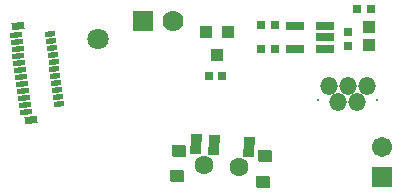
<source format=gbs>
%FSTAX23Y23*%
%MOIN*%
%SFA1B1*%

%IPPOS*%
%AMD48*
4,1,4,-0.015600,0.034600,-0.020000,-0.032300,0.015600,-0.034600,0.020000,0.032300,-0.015600,0.034600,0.0*
%
%AMD49*
4,1,4,-0.024900,-0.018100,0.022400,-0.021200,0.024900,0.018100,-0.022400,0.021200,-0.024900,-0.018100,0.0*
%
%AMD50*
4,1,4,0.018300,0.011600,-0.020700,0.006400,-0.018300,-0.011600,0.020700,-0.006400,0.018300,0.011600,0.0*
%
%AMD51*
4,1,4,0.015500,0.011200,-0.017900,0.006800,-0.015500,-0.011200,0.017900,-0.006800,0.015500,0.011200,0.0*
%
%AMD52*
4,1,4,0.019000,0.014400,-0.022100,0.009000,-0.019000,-0.014400,0.022100,-0.009000,0.019000,0.014400,0.0*
%
%ADD17C,0.070000*%
%ADD18R,0.070000X0.070000*%
%ADD19O,0.059200X0.059200*%
%ADD20C,0.008000*%
%ADD21C,0.063100*%
%ADD22C,0.067100*%
%ADD23R,0.067100X0.067100*%
%ADD24C,0.070900*%
%ADD47R,0.063100X0.031600*%
G04~CAMADD=48~9~0.0~0.0~671.0~356.0~0.0~0.0~0~0.0~0.0~0.0~0.0~0~0.0~0.0~0.0~0.0~0~0.0~0.0~0.0~86.3~400.0~691.0*
%ADD48D48*%
G04~CAMADD=49~9~0.0~0.0~474.0~395.0~0.0~0.0~0~0.0~0.0~0.0~0.0~0~0.0~0.0~0.0~0.0~0~0.0~0.0~0.0~176.3~498.0~423.0*
%ADD49D49*%
G04~CAMADD=50~9~0.0~0.0~395.0~182.0~0.0~0.0~0~0.0~0.0~0.0~0.0~0~0.0~0.0~0.0~0.0~0~0.0~0.0~0.0~7.5~414.0~231.0*
%ADD50D50*%
G04~CAMADD=51~9~0.0~0.0~336.0~182.0~0.0~0.0~0~0.0~0.0~0.0~0.0~0~0.0~0.0~0.0~0.0~0~0.0~0.0~0.0~7.5~358.0~223.0*
%ADD51D51*%
G04~CAMADD=52~9~0.0~0.0~415.0~237.0~0.0~0.0~0~0.0~0.0~0.0~0.0~0~0.0~0.0~0.0~0.0~0~0.0~0.0~0.0~7.5~442.0~287.0*
%ADD52D52*%
%ADD53R,0.039500X0.043400*%
%ADD54R,0.029700X0.029700*%
%ADD55R,0.029700X0.029700*%
%ADD56R,0.039500X0.039500*%
%LNpower_pcb-1*%
%LPD*%
G54D17*
X00877Y00811D03*
G54D18*
X00777Y00811D03*
G54D19*
X01492Y00539D03*
X01524Y00594D03*
X01461D03*
X01398D03*
X01429Y00539D03*
G54D20*
X01559Y00547D03*
X01362D03*
G54D21*
X01097Y00322D03*
X0098Y0033D03*
G54D22*
X01575Y0039D03*
G54D23*
X01575Y0029D03*
G54D24*
X00627Y0075D03*
G54D47*
X01285Y00792D03*
Y00717D03*
X01384D03*
Y00755D03*
Y00792D03*
G54D48*
X01131Y00389D03*
X01014Y00396D03*
X00955Y004D03*
G54D49*
X01185Y0036D03*
X01179Y00273D03*
X00898Y00378D03*
X00892Y00292D03*
G54D50*
X00388Y00505D03*
X00385Y00529D03*
X00381Y00552D03*
X00378Y00575D03*
X00375Y00599D03*
X00372Y00622D03*
X00369Y00646D03*
X00366Y00669D03*
X00363Y00693D03*
X0036Y00716D03*
X00357Y00739D03*
X00354Y00763D03*
G54D51*
X00498Y00532D03*
X00495Y00555D03*
X00492Y00579D03*
X00489Y00602D03*
X00486Y00625D03*
X00483Y00649D03*
X0048Y00672D03*
X00477Y00696D03*
X00474Y00719D03*
X0047Y00743D03*
X00467Y00766D03*
G54D52*
X00404Y0048D03*
X00363Y00792D03*
G54D53*
X01025Y00695D03*
X01062Y00774D03*
X00987D03*
G54D54*
X00997Y00625D03*
X01043D03*
X01218Y00715D03*
X01172D03*
Y00795D03*
X01218D03*
X01538Y0085D03*
X01492D03*
G54D55*
X0146Y00727D03*
Y00773D03*
G54D56*
X0153Y00789D03*
Y0073D03*
M02*
</source>
